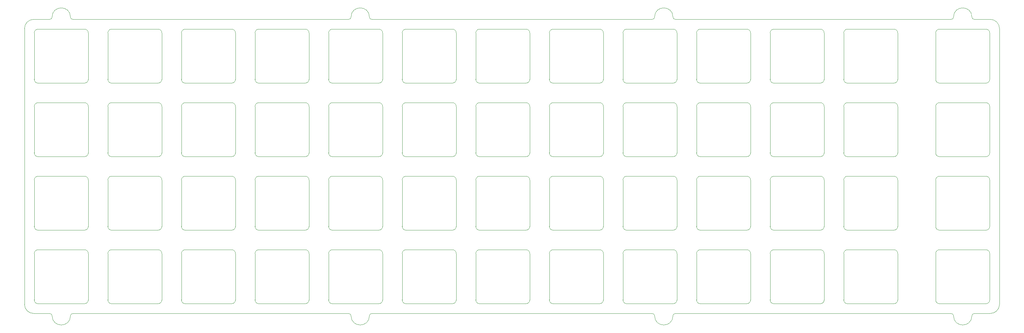
<source format=gbr>
G04 #@! TF.GenerationSoftware,KiCad,Pcbnew,(5.1.10-1-10_14)*
G04 #@! TF.CreationDate,2021-09-03T12:48:33-05:00*
G04 #@! TF.ProjectId,ori_top_plate,6f72695f-746f-4705-9f70-6c6174652e6b,rev?*
G04 #@! TF.SameCoordinates,Original*
G04 #@! TF.FileFunction,Profile,NP*
%FSLAX46Y46*%
G04 Gerber Fmt 4.6, Leading zero omitted, Abs format (unit mm)*
G04 Created by KiCad (PCBNEW (5.1.10-1-10_14)) date 2021-09-03 12:48:33*
%MOMM*%
%LPD*%
G01*
G04 APERTURE LIST*
G04 #@! TA.AperFunction,Profile*
%ADD10C,0.050000*%
G04 #@! TD*
G04 APERTURE END LIST*
D10*
X146448582Y-42862728D02*
X146449842Y-114300156D01*
X314921900Y-116681404D02*
X386359330Y-116681404D01*
X236340716Y-116681404D02*
X308968770Y-116681404D01*
X158950156Y-116681404D02*
X230387586Y-116681404D01*
X148829842Y-116680144D02*
X152997026Y-116681404D01*
X152997026Y-40481469D02*
X148829842Y-40481468D01*
X230387585Y-40481469D02*
X158950146Y-40481468D01*
X308968760Y-40481468D02*
X236340706Y-40481468D01*
X386359320Y-40481468D02*
X314921890Y-40481468D01*
X396479634Y-40481456D02*
X392312450Y-40481468D01*
X396479634Y-40481456D02*
G75*
G02*
X398860894Y-42862716I0J-2381260D01*
G01*
X398860894Y-114300144D02*
X398860894Y-42862716D01*
X396479634Y-116681404D02*
X392312460Y-116681404D01*
X152997026Y-116681404D02*
G75*
G02*
X153592339Y-117276717I0J-595313D01*
G01*
X158354843Y-117276717D02*
G75*
G02*
X158950156Y-116681404I595313J0D01*
G01*
X158354843Y-117276717D02*
G75*
G02*
X153592339Y-117276717I-2381252J0D01*
G01*
X230387586Y-116681404D02*
G75*
G02*
X230982899Y-117276717I0J-595313D01*
G01*
X235745403Y-117276717D02*
G75*
G02*
X236340716Y-116681404I595313J0D01*
G01*
X235745403Y-117276717D02*
G75*
G02*
X230982899Y-117276717I-2381252J0D01*
G01*
X308968770Y-116681404D02*
G75*
G02*
X309564083Y-117276717I0J-595313D01*
G01*
X314326587Y-117276717D02*
G75*
G02*
X314921900Y-116681404I595313J0D01*
G01*
X314326587Y-117276717D02*
G75*
G02*
X309564083Y-117276717I-2381252J0D01*
G01*
X386359330Y-116681404D02*
G75*
G02*
X386954643Y-117276717I0J-595313D01*
G01*
X391717147Y-117276717D02*
G75*
G02*
X392312460Y-116681404I595313J0D01*
G01*
X391717147Y-117276717D02*
G75*
G02*
X386954643Y-117276717I-2381252J0D01*
G01*
X392312450Y-40481468D02*
G75*
G02*
X391717137Y-39886155I0J595313D01*
G01*
X386954633Y-39886155D02*
G75*
G02*
X386359320Y-40481468I-595313J0D01*
G01*
X386954633Y-39886155D02*
G75*
G02*
X391717137Y-39886155I2381252J0D01*
G01*
X314921890Y-40481468D02*
G75*
G02*
X314326577Y-39886155I0J595313D01*
G01*
X309564073Y-39886155D02*
G75*
G02*
X308968760Y-40481468I-595313J0D01*
G01*
X309564073Y-39886155D02*
G75*
G02*
X314326577Y-39886155I2381252J0D01*
G01*
X236340706Y-40481468D02*
G75*
G02*
X235745393Y-39886155I0J595313D01*
G01*
X230982898Y-39886156D02*
G75*
G02*
X230387585Y-40481469I-595313J0D01*
G01*
X230982889Y-39886155D02*
G75*
G02*
X235745393Y-39886155I2381252J0D01*
G01*
X153592330Y-39886156D02*
G75*
G02*
X158354834Y-39886156I2381252J0D01*
G01*
X153592330Y-39886156D02*
G75*
G02*
X152997017Y-40481469I-595313J0D01*
G01*
X158950146Y-40481468D02*
G75*
G02*
X158354833Y-39886155I0J595313D01*
G01*
X398860894Y-114300144D02*
G75*
G02*
X396479634Y-116681404I-2381260J0D01*
G01*
X148829842Y-116680144D02*
G75*
G02*
X146449842Y-114300156I0J2380000D01*
G01*
X146448582Y-42862728D02*
G75*
G02*
X148829842Y-40481468I2381260J0D01*
G01*
X301373170Y-101156700D02*
G75*
G02*
X302373170Y-100156700I1000000J0D01*
G01*
X315373170Y-113156700D02*
G75*
G02*
X314373170Y-114156700I-1000000J0D01*
G01*
X314373170Y-100156700D02*
G75*
G02*
X315373170Y-101156700I0J-1000000D01*
G01*
X302373170Y-114156700D02*
G75*
G02*
X301373170Y-113156700I0J1000000D01*
G01*
X301373170Y-113156700D02*
X301373170Y-101156700D01*
X302373170Y-100156700D02*
X314373170Y-100156700D01*
X315373170Y-101156700D02*
X315373170Y-113156700D01*
X302373170Y-114156700D02*
X314373170Y-114156700D01*
X148972530Y-44006460D02*
G75*
G02*
X149972530Y-43006460I1000000J0D01*
G01*
X162972530Y-56006460D02*
G75*
G02*
X161972530Y-57006460I-1000000J0D01*
G01*
X161972530Y-43006460D02*
G75*
G02*
X162972530Y-44006460I0J-1000000D01*
G01*
X149972530Y-57006460D02*
G75*
G02*
X148972530Y-56006460I0J1000000D01*
G01*
X148972530Y-56006460D02*
X148972530Y-44006460D01*
X149972530Y-43006460D02*
X161972530Y-43006460D01*
X162972530Y-44006460D02*
X162972530Y-56006460D01*
X149972530Y-57006460D02*
X161972530Y-57006460D01*
X382336010Y-101156700D02*
G75*
G02*
X383336010Y-100156700I1000000J0D01*
G01*
X396336010Y-113156700D02*
G75*
G02*
X395336010Y-114156700I-1000000J0D01*
G01*
X395336010Y-100156700D02*
G75*
G02*
X396336010Y-101156700I0J-1000000D01*
G01*
X383336010Y-114156700D02*
G75*
G02*
X382336010Y-113156700I0J1000000D01*
G01*
X382336010Y-113156700D02*
X382336010Y-101156700D01*
X383336010Y-100156700D02*
X395336010Y-100156700D01*
X396336010Y-101156700D02*
X396336010Y-113156700D01*
X383336010Y-114156700D02*
X395336010Y-114156700D01*
X382335890Y-82106428D02*
G75*
G02*
X383335890Y-81106428I1000000J0D01*
G01*
X396335890Y-94106428D02*
G75*
G02*
X395335890Y-95106428I-1000000J0D01*
G01*
X395335890Y-81106428D02*
G75*
G02*
X396335890Y-82106428I0J-1000000D01*
G01*
X383335890Y-95106428D02*
G75*
G02*
X382335890Y-94106428I0J1000000D01*
G01*
X382335890Y-94106428D02*
X382335890Y-82106428D01*
X383335890Y-81106428D02*
X395335890Y-81106428D01*
X396335890Y-82106428D02*
X396335890Y-94106428D01*
X383335890Y-95106428D02*
X395335890Y-95106428D01*
X382335890Y-63056444D02*
G75*
G02*
X383335890Y-62056444I1000000J0D01*
G01*
X396335890Y-75056444D02*
G75*
G02*
X395335890Y-76056444I-1000000J0D01*
G01*
X395335890Y-62056444D02*
G75*
G02*
X396335890Y-63056444I0J-1000000D01*
G01*
X383335890Y-76056444D02*
G75*
G02*
X382335890Y-75056444I0J1000000D01*
G01*
X382335890Y-75056444D02*
X382335890Y-63056444D01*
X383335890Y-62056444D02*
X395335890Y-62056444D01*
X396335890Y-63056444D02*
X396335890Y-75056444D01*
X383335890Y-76056444D02*
X395335890Y-76056444D01*
X382336010Y-44006460D02*
G75*
G02*
X383336010Y-43006460I1000000J0D01*
G01*
X396336010Y-56006460D02*
G75*
G02*
X395336010Y-57006460I-1000000J0D01*
G01*
X395336010Y-43006460D02*
G75*
G02*
X396336010Y-44006460I0J-1000000D01*
G01*
X383336010Y-57006460D02*
G75*
G02*
X382336010Y-56006460I0J1000000D01*
G01*
X382336010Y-56006460D02*
X382336010Y-44006460D01*
X383336010Y-43006460D02*
X395336010Y-43006460D01*
X396336010Y-44006460D02*
X396336010Y-56006460D01*
X383336010Y-57006460D02*
X395336010Y-57006460D01*
X358523410Y-101156700D02*
G75*
G02*
X359523410Y-100156700I1000000J0D01*
G01*
X372523410Y-113156700D02*
G75*
G02*
X371523410Y-114156700I-1000000J0D01*
G01*
X371523410Y-100156700D02*
G75*
G02*
X372523410Y-101156700I0J-1000000D01*
G01*
X359523410Y-114156700D02*
G75*
G02*
X358523410Y-113156700I0J1000000D01*
G01*
X358523410Y-113156700D02*
X358523410Y-101156700D01*
X359523410Y-100156700D02*
X371523410Y-100156700D01*
X372523410Y-101156700D02*
X372523410Y-113156700D01*
X359523410Y-114156700D02*
X371523410Y-114156700D01*
X339473330Y-101160000D02*
G75*
G02*
X340473330Y-100160000I1000000J0D01*
G01*
X353473330Y-113160000D02*
G75*
G02*
X352473330Y-114160000I-1000000J0D01*
G01*
X352473330Y-100160000D02*
G75*
G02*
X353473330Y-101160000I0J-1000000D01*
G01*
X340473330Y-114160000D02*
G75*
G02*
X339473330Y-113160000I0J1000000D01*
G01*
X339473330Y-113160000D02*
X339473330Y-101160000D01*
X340473330Y-100160000D02*
X352473330Y-100160000D01*
X353473330Y-101160000D02*
X353473330Y-113160000D01*
X340473330Y-114160000D02*
X352473330Y-114160000D01*
X320423250Y-101156700D02*
G75*
G02*
X321423250Y-100156700I1000000J0D01*
G01*
X334423250Y-113156700D02*
G75*
G02*
X333423250Y-114156700I-1000000J0D01*
G01*
X333423250Y-100156700D02*
G75*
G02*
X334423250Y-101156700I0J-1000000D01*
G01*
X321423250Y-114156700D02*
G75*
G02*
X320423250Y-113156700I0J1000000D01*
G01*
X320423250Y-113156700D02*
X320423250Y-101156700D01*
X321423250Y-100156700D02*
X333423250Y-100156700D01*
X334423250Y-101156700D02*
X334423250Y-113156700D01*
X321423250Y-114156700D02*
X333423250Y-114156700D01*
X282323090Y-101156700D02*
G75*
G02*
X283323090Y-100156700I1000000J0D01*
G01*
X296323090Y-113156700D02*
G75*
G02*
X295323090Y-114156700I-1000000J0D01*
G01*
X295323090Y-100156700D02*
G75*
G02*
X296323090Y-101156700I0J-1000000D01*
G01*
X283323090Y-114156700D02*
G75*
G02*
X282323090Y-113156700I0J1000000D01*
G01*
X282323090Y-113156700D02*
X282323090Y-101156700D01*
X283323090Y-100156700D02*
X295323090Y-100156700D01*
X296323090Y-101156700D02*
X296323090Y-113156700D01*
X283323090Y-114156700D02*
X295323090Y-114156700D01*
X263273010Y-101156700D02*
G75*
G02*
X264273010Y-100156700I1000000J0D01*
G01*
X277273010Y-113156700D02*
G75*
G02*
X276273010Y-114156700I-1000000J0D01*
G01*
X276273010Y-100156700D02*
G75*
G02*
X277273010Y-101156700I0J-1000000D01*
G01*
X264273010Y-114156700D02*
G75*
G02*
X263273010Y-113156700I0J1000000D01*
G01*
X263273010Y-113156700D02*
X263273010Y-101156700D01*
X264273010Y-100156700D02*
X276273010Y-100156700D01*
X277273010Y-101156700D02*
X277273010Y-113156700D01*
X264273010Y-114156700D02*
X276273010Y-114156700D01*
X244222930Y-101156700D02*
G75*
G02*
X245222930Y-100156700I1000000J0D01*
G01*
X258222930Y-113156700D02*
G75*
G02*
X257222930Y-114156700I-1000000J0D01*
G01*
X257222930Y-100156700D02*
G75*
G02*
X258222930Y-101156700I0J-1000000D01*
G01*
X245222930Y-114156700D02*
G75*
G02*
X244222930Y-113156700I0J1000000D01*
G01*
X244222930Y-113156700D02*
X244222930Y-101156700D01*
X245222930Y-100156700D02*
X257222930Y-100156700D01*
X258222930Y-101156700D02*
X258222930Y-113156700D01*
X245222930Y-114156700D02*
X257222930Y-114156700D01*
X225172850Y-101156700D02*
G75*
G02*
X226172850Y-100156700I1000000J0D01*
G01*
X239172850Y-113156700D02*
G75*
G02*
X238172850Y-114156700I-1000000J0D01*
G01*
X238172850Y-100156700D02*
G75*
G02*
X239172850Y-101156700I0J-1000000D01*
G01*
X226172850Y-114156700D02*
G75*
G02*
X225172850Y-113156700I0J1000000D01*
G01*
X225172850Y-113156700D02*
X225172850Y-101156700D01*
X226172850Y-100156700D02*
X238172850Y-100156700D01*
X239172850Y-101156700D02*
X239172850Y-113156700D01*
X226172850Y-114156700D02*
X238172850Y-114156700D01*
X206122770Y-101156700D02*
G75*
G02*
X207122770Y-100156700I1000000J0D01*
G01*
X220122770Y-113156700D02*
G75*
G02*
X219122770Y-114156700I-1000000J0D01*
G01*
X219122770Y-100156700D02*
G75*
G02*
X220122770Y-101156700I0J-1000000D01*
G01*
X207122770Y-114156700D02*
G75*
G02*
X206122770Y-113156700I0J1000000D01*
G01*
X206122770Y-113156700D02*
X206122770Y-101156700D01*
X207122770Y-100156700D02*
X219122770Y-100156700D01*
X220122770Y-101156700D02*
X220122770Y-113156700D01*
X207122770Y-114156700D02*
X219122770Y-114156700D01*
X187072690Y-101156700D02*
G75*
G02*
X188072690Y-100156700I1000000J0D01*
G01*
X201072690Y-113156700D02*
G75*
G02*
X200072690Y-114156700I-1000000J0D01*
G01*
X200072690Y-100156700D02*
G75*
G02*
X201072690Y-101156700I0J-1000000D01*
G01*
X188072690Y-114156700D02*
G75*
G02*
X187072690Y-113156700I0J1000000D01*
G01*
X187072690Y-113156700D02*
X187072690Y-101156700D01*
X188072690Y-100156700D02*
X200072690Y-100156700D01*
X201072690Y-101156700D02*
X201072690Y-113156700D01*
X188072690Y-114156700D02*
X200072690Y-114156700D01*
X168022610Y-101156700D02*
G75*
G02*
X169022610Y-100156700I1000000J0D01*
G01*
X182022610Y-113156700D02*
G75*
G02*
X181022610Y-114156700I-1000000J0D01*
G01*
X181022610Y-100156700D02*
G75*
G02*
X182022610Y-101156700I0J-1000000D01*
G01*
X169022610Y-114156700D02*
G75*
G02*
X168022610Y-113156700I0J1000000D01*
G01*
X168022610Y-113156700D02*
X168022610Y-101156700D01*
X169022610Y-100156700D02*
X181022610Y-100156700D01*
X182022610Y-101156700D02*
X182022610Y-113156700D01*
X169022610Y-114156700D02*
X181022610Y-114156700D01*
X148972530Y-101156700D02*
G75*
G02*
X149972530Y-100156700I1000000J0D01*
G01*
X162972530Y-113156700D02*
G75*
G02*
X161972530Y-114156700I-1000000J0D01*
G01*
X161972530Y-100156700D02*
G75*
G02*
X162972530Y-101156700I0J-1000000D01*
G01*
X149972530Y-114156700D02*
G75*
G02*
X148972530Y-113156700I0J1000000D01*
G01*
X148972530Y-113156700D02*
X148972530Y-101156700D01*
X149972530Y-100156700D02*
X161972530Y-100156700D01*
X162972530Y-101156700D02*
X162972530Y-113156700D01*
X149972530Y-114156700D02*
X161972530Y-114156700D01*
X358523410Y-82106620D02*
G75*
G02*
X359523410Y-81106620I1000000J0D01*
G01*
X372523410Y-94106620D02*
G75*
G02*
X371523410Y-95106620I-1000000J0D01*
G01*
X371523410Y-81106620D02*
G75*
G02*
X372523410Y-82106620I0J-1000000D01*
G01*
X359523410Y-95106620D02*
G75*
G02*
X358523410Y-94106620I0J1000000D01*
G01*
X358523410Y-94106620D02*
X358523410Y-82106620D01*
X359523410Y-81106620D02*
X371523410Y-81106620D01*
X372523410Y-82106620D02*
X372523410Y-94106620D01*
X359523410Y-95106620D02*
X371523410Y-95106620D01*
X339473330Y-82106620D02*
G75*
G02*
X340473330Y-81106620I1000000J0D01*
G01*
X353473330Y-94106620D02*
G75*
G02*
X352473330Y-95106620I-1000000J0D01*
G01*
X352473330Y-81106620D02*
G75*
G02*
X353473330Y-82106620I0J-1000000D01*
G01*
X340473330Y-95106620D02*
G75*
G02*
X339473330Y-94106620I0J1000000D01*
G01*
X339473330Y-94106620D02*
X339473330Y-82106620D01*
X340473330Y-81106620D02*
X352473330Y-81106620D01*
X353473330Y-82106620D02*
X353473330Y-94106620D01*
X340473330Y-95106620D02*
X352473330Y-95106620D01*
X320423250Y-82106620D02*
G75*
G02*
X321423250Y-81106620I1000000J0D01*
G01*
X334423250Y-94106620D02*
G75*
G02*
X333423250Y-95106620I-1000000J0D01*
G01*
X333423250Y-81106620D02*
G75*
G02*
X334423250Y-82106620I0J-1000000D01*
G01*
X321423250Y-95106620D02*
G75*
G02*
X320423250Y-94106620I0J1000000D01*
G01*
X320423250Y-94106620D02*
X320423250Y-82106620D01*
X321423250Y-81106620D02*
X333423250Y-81106620D01*
X334423250Y-82106620D02*
X334423250Y-94106620D01*
X321423250Y-95106620D02*
X333423250Y-95106620D01*
X301373170Y-82106620D02*
G75*
G02*
X302373170Y-81106620I1000000J0D01*
G01*
X315373170Y-94106620D02*
G75*
G02*
X314373170Y-95106620I-1000000J0D01*
G01*
X314373170Y-81106620D02*
G75*
G02*
X315373170Y-82106620I0J-1000000D01*
G01*
X302373170Y-95106620D02*
G75*
G02*
X301373170Y-94106620I0J1000000D01*
G01*
X301373170Y-94106620D02*
X301373170Y-82106620D01*
X302373170Y-81106620D02*
X314373170Y-81106620D01*
X315373170Y-82106620D02*
X315373170Y-94106620D01*
X302373170Y-95106620D02*
X314373170Y-95106620D01*
X282323090Y-82106620D02*
G75*
G02*
X283323090Y-81106620I1000000J0D01*
G01*
X296323090Y-94106620D02*
G75*
G02*
X295323090Y-95106620I-1000000J0D01*
G01*
X295323090Y-81106620D02*
G75*
G02*
X296323090Y-82106620I0J-1000000D01*
G01*
X283323090Y-95106620D02*
G75*
G02*
X282323090Y-94106620I0J1000000D01*
G01*
X282323090Y-94106620D02*
X282323090Y-82106620D01*
X283323090Y-81106620D02*
X295323090Y-81106620D01*
X296323090Y-82106620D02*
X296323090Y-94106620D01*
X283323090Y-95106620D02*
X295323090Y-95106620D01*
X263273010Y-82106620D02*
G75*
G02*
X264273010Y-81106620I1000000J0D01*
G01*
X277273010Y-94106620D02*
G75*
G02*
X276273010Y-95106620I-1000000J0D01*
G01*
X276273010Y-81106620D02*
G75*
G02*
X277273010Y-82106620I0J-1000000D01*
G01*
X264273010Y-95106620D02*
G75*
G02*
X263273010Y-94106620I0J1000000D01*
G01*
X263273010Y-94106620D02*
X263273010Y-82106620D01*
X264273010Y-81106620D02*
X276273010Y-81106620D01*
X277273010Y-82106620D02*
X277273010Y-94106620D01*
X264273010Y-95106620D02*
X276273010Y-95106620D01*
X244222930Y-82106620D02*
G75*
G02*
X245222930Y-81106620I1000000J0D01*
G01*
X258222930Y-94106620D02*
G75*
G02*
X257222930Y-95106620I-1000000J0D01*
G01*
X257222930Y-81106620D02*
G75*
G02*
X258222930Y-82106620I0J-1000000D01*
G01*
X245222930Y-95106620D02*
G75*
G02*
X244222930Y-94106620I0J1000000D01*
G01*
X244222930Y-94106620D02*
X244222930Y-82106620D01*
X245222930Y-81106620D02*
X257222930Y-81106620D01*
X258222930Y-82106620D02*
X258222930Y-94106620D01*
X245222930Y-95106620D02*
X257222930Y-95106620D01*
X225172850Y-82106620D02*
G75*
G02*
X226172850Y-81106620I1000000J0D01*
G01*
X239172850Y-94106620D02*
G75*
G02*
X238172850Y-95106620I-1000000J0D01*
G01*
X238172850Y-81106620D02*
G75*
G02*
X239172850Y-82106620I0J-1000000D01*
G01*
X226172850Y-95106620D02*
G75*
G02*
X225172850Y-94106620I0J1000000D01*
G01*
X225172850Y-94106620D02*
X225172850Y-82106620D01*
X226172850Y-81106620D02*
X238172850Y-81106620D01*
X239172850Y-82106620D02*
X239172850Y-94106620D01*
X226172850Y-95106620D02*
X238172850Y-95106620D01*
X206122770Y-82106620D02*
G75*
G02*
X207122770Y-81106620I1000000J0D01*
G01*
X220122770Y-94106620D02*
G75*
G02*
X219122770Y-95106620I-1000000J0D01*
G01*
X219122770Y-81106620D02*
G75*
G02*
X220122770Y-82106620I0J-1000000D01*
G01*
X207122770Y-95106620D02*
G75*
G02*
X206122770Y-94106620I0J1000000D01*
G01*
X206122770Y-94106620D02*
X206122770Y-82106620D01*
X207122770Y-81106620D02*
X219122770Y-81106620D01*
X220122770Y-82106620D02*
X220122770Y-94106620D01*
X207122770Y-95106620D02*
X219122770Y-95106620D01*
X187072690Y-82106620D02*
G75*
G02*
X188072690Y-81106620I1000000J0D01*
G01*
X201072690Y-94106620D02*
G75*
G02*
X200072690Y-95106620I-1000000J0D01*
G01*
X200072690Y-81106620D02*
G75*
G02*
X201072690Y-82106620I0J-1000000D01*
G01*
X188072690Y-95106620D02*
G75*
G02*
X187072690Y-94106620I0J1000000D01*
G01*
X187072690Y-94106620D02*
X187072690Y-82106620D01*
X188072690Y-81106620D02*
X200072690Y-81106620D01*
X201072690Y-82106620D02*
X201072690Y-94106620D01*
X188072690Y-95106620D02*
X200072690Y-95106620D01*
X168022610Y-82106620D02*
G75*
G02*
X169022610Y-81106620I1000000J0D01*
G01*
X182022610Y-94106620D02*
G75*
G02*
X181022610Y-95106620I-1000000J0D01*
G01*
X181022610Y-81106620D02*
G75*
G02*
X182022610Y-82106620I0J-1000000D01*
G01*
X169022610Y-95106620D02*
G75*
G02*
X168022610Y-94106620I0J1000000D01*
G01*
X168022610Y-94106620D02*
X168022610Y-82106620D01*
X169022610Y-81106620D02*
X181022610Y-81106620D01*
X182022610Y-82106620D02*
X182022610Y-94106620D01*
X169022610Y-95106620D02*
X181022610Y-95106620D01*
X148972530Y-82106620D02*
G75*
G02*
X149972530Y-81106620I1000000J0D01*
G01*
X162972530Y-94106620D02*
G75*
G02*
X161972530Y-95106620I-1000000J0D01*
G01*
X161972530Y-81106620D02*
G75*
G02*
X162972530Y-82106620I0J-1000000D01*
G01*
X149972530Y-95106620D02*
G75*
G02*
X148972530Y-94106620I0J1000000D01*
G01*
X148972530Y-94106620D02*
X148972530Y-82106620D01*
X149972530Y-81106620D02*
X161972530Y-81106620D01*
X162972530Y-82106620D02*
X162972530Y-94106620D01*
X149972530Y-95106620D02*
X161972530Y-95106620D01*
X358523410Y-63056540D02*
G75*
G02*
X359523410Y-62056540I1000000J0D01*
G01*
X372523410Y-75056540D02*
G75*
G02*
X371523410Y-76056540I-1000000J0D01*
G01*
X371523410Y-62056540D02*
G75*
G02*
X372523410Y-63056540I0J-1000000D01*
G01*
X359523410Y-76056540D02*
G75*
G02*
X358523410Y-75056540I0J1000000D01*
G01*
X358523410Y-75056540D02*
X358523410Y-63056540D01*
X359523410Y-62056540D02*
X371523410Y-62056540D01*
X372523410Y-63056540D02*
X372523410Y-75056540D01*
X359523410Y-76056540D02*
X371523410Y-76056540D01*
X339473330Y-63056540D02*
G75*
G02*
X340473330Y-62056540I1000000J0D01*
G01*
X353473330Y-75056540D02*
G75*
G02*
X352473330Y-76056540I-1000000J0D01*
G01*
X352473330Y-62056540D02*
G75*
G02*
X353473330Y-63056540I0J-1000000D01*
G01*
X340473330Y-76056540D02*
G75*
G02*
X339473330Y-75056540I0J1000000D01*
G01*
X339473330Y-75056540D02*
X339473330Y-63056540D01*
X340473330Y-62056540D02*
X352473330Y-62056540D01*
X353473330Y-63056540D02*
X353473330Y-75056540D01*
X340473330Y-76056540D02*
X352473330Y-76056540D01*
X320423250Y-63056540D02*
G75*
G02*
X321423250Y-62056540I1000000J0D01*
G01*
X334423250Y-75056540D02*
G75*
G02*
X333423250Y-76056540I-1000000J0D01*
G01*
X333423250Y-62056540D02*
G75*
G02*
X334423250Y-63056540I0J-1000000D01*
G01*
X321423250Y-76056540D02*
G75*
G02*
X320423250Y-75056540I0J1000000D01*
G01*
X320423250Y-75056540D02*
X320423250Y-63056540D01*
X321423250Y-62056540D02*
X333423250Y-62056540D01*
X334423250Y-63056540D02*
X334423250Y-75056540D01*
X321423250Y-76056540D02*
X333423250Y-76056540D01*
X301373170Y-63056540D02*
G75*
G02*
X302373170Y-62056540I1000000J0D01*
G01*
X315373170Y-75056540D02*
G75*
G02*
X314373170Y-76056540I-1000000J0D01*
G01*
X314373170Y-62056540D02*
G75*
G02*
X315373170Y-63056540I0J-1000000D01*
G01*
X302373170Y-76056540D02*
G75*
G02*
X301373170Y-75056540I0J1000000D01*
G01*
X301373170Y-75056540D02*
X301373170Y-63056540D01*
X302373170Y-62056540D02*
X314373170Y-62056540D01*
X315373170Y-63056540D02*
X315373170Y-75056540D01*
X302373170Y-76056540D02*
X314373170Y-76056540D01*
X282323090Y-63056540D02*
G75*
G02*
X283323090Y-62056540I1000000J0D01*
G01*
X296323090Y-75056540D02*
G75*
G02*
X295323090Y-76056540I-1000000J0D01*
G01*
X295323090Y-62056540D02*
G75*
G02*
X296323090Y-63056540I0J-1000000D01*
G01*
X283323090Y-76056540D02*
G75*
G02*
X282323090Y-75056540I0J1000000D01*
G01*
X282323090Y-75056540D02*
X282323090Y-63056540D01*
X283323090Y-62056540D02*
X295323090Y-62056540D01*
X296323090Y-63056540D02*
X296323090Y-75056540D01*
X283323090Y-76056540D02*
X295323090Y-76056540D01*
X263273010Y-63056540D02*
G75*
G02*
X264273010Y-62056540I1000000J0D01*
G01*
X277273010Y-75056540D02*
G75*
G02*
X276273010Y-76056540I-1000000J0D01*
G01*
X276273010Y-62056540D02*
G75*
G02*
X277273010Y-63056540I0J-1000000D01*
G01*
X264273010Y-76056540D02*
G75*
G02*
X263273010Y-75056540I0J1000000D01*
G01*
X263273010Y-75056540D02*
X263273010Y-63056540D01*
X264273010Y-62056540D02*
X276273010Y-62056540D01*
X277273010Y-63056540D02*
X277273010Y-75056540D01*
X264273010Y-76056540D02*
X276273010Y-76056540D01*
X244222930Y-63056540D02*
G75*
G02*
X245222930Y-62056540I1000000J0D01*
G01*
X258222930Y-75056540D02*
G75*
G02*
X257222930Y-76056540I-1000000J0D01*
G01*
X257222930Y-62056540D02*
G75*
G02*
X258222930Y-63056540I0J-1000000D01*
G01*
X245222930Y-76056540D02*
G75*
G02*
X244222930Y-75056540I0J1000000D01*
G01*
X244222930Y-75056540D02*
X244222930Y-63056540D01*
X245222930Y-62056540D02*
X257222930Y-62056540D01*
X258222930Y-63056540D02*
X258222930Y-75056540D01*
X245222930Y-76056540D02*
X257222930Y-76056540D01*
X225172850Y-63056540D02*
G75*
G02*
X226172850Y-62056540I1000000J0D01*
G01*
X239172850Y-75056540D02*
G75*
G02*
X238172850Y-76056540I-1000000J0D01*
G01*
X238172850Y-62056540D02*
G75*
G02*
X239172850Y-63056540I0J-1000000D01*
G01*
X226172850Y-76056540D02*
G75*
G02*
X225172850Y-75056540I0J1000000D01*
G01*
X225172850Y-75056540D02*
X225172850Y-63056540D01*
X226172850Y-62056540D02*
X238172850Y-62056540D01*
X239172850Y-63056540D02*
X239172850Y-75056540D01*
X226172850Y-76056540D02*
X238172850Y-76056540D01*
X206122770Y-63056540D02*
G75*
G02*
X207122770Y-62056540I1000000J0D01*
G01*
X220122770Y-75056540D02*
G75*
G02*
X219122770Y-76056540I-1000000J0D01*
G01*
X219122770Y-62056540D02*
G75*
G02*
X220122770Y-63056540I0J-1000000D01*
G01*
X207122770Y-76056540D02*
G75*
G02*
X206122770Y-75056540I0J1000000D01*
G01*
X206122770Y-75056540D02*
X206122770Y-63056540D01*
X207122770Y-62056540D02*
X219122770Y-62056540D01*
X220122770Y-63056540D02*
X220122770Y-75056540D01*
X207122770Y-76056540D02*
X219122770Y-76056540D01*
X187072690Y-63056540D02*
G75*
G02*
X188072690Y-62056540I1000000J0D01*
G01*
X201072690Y-75056540D02*
G75*
G02*
X200072690Y-76056540I-1000000J0D01*
G01*
X200072690Y-62056540D02*
G75*
G02*
X201072690Y-63056540I0J-1000000D01*
G01*
X188072690Y-76056540D02*
G75*
G02*
X187072690Y-75056540I0J1000000D01*
G01*
X187072690Y-75056540D02*
X187072690Y-63056540D01*
X188072690Y-62056540D02*
X200072690Y-62056540D01*
X201072690Y-63056540D02*
X201072690Y-75056540D01*
X188072690Y-76056540D02*
X200072690Y-76056540D01*
X168022610Y-63056540D02*
G75*
G02*
X169022610Y-62056540I1000000J0D01*
G01*
X182022610Y-75056540D02*
G75*
G02*
X181022610Y-76056540I-1000000J0D01*
G01*
X181022610Y-62056540D02*
G75*
G02*
X182022610Y-63056540I0J-1000000D01*
G01*
X169022610Y-76056540D02*
G75*
G02*
X168022610Y-75056540I0J1000000D01*
G01*
X168022610Y-75056540D02*
X168022610Y-63056540D01*
X169022610Y-62056540D02*
X181022610Y-62056540D01*
X182022610Y-63056540D02*
X182022610Y-75056540D01*
X169022610Y-76056540D02*
X181022610Y-76056540D01*
X148972530Y-63056540D02*
G75*
G02*
X149972530Y-62056540I1000000J0D01*
G01*
X162972530Y-75056540D02*
G75*
G02*
X161972530Y-76056540I-1000000J0D01*
G01*
X161972530Y-62056540D02*
G75*
G02*
X162972530Y-63056540I0J-1000000D01*
G01*
X149972530Y-76056540D02*
G75*
G02*
X148972530Y-75056540I0J1000000D01*
G01*
X148972530Y-75056540D02*
X148972530Y-63056540D01*
X149972530Y-62056540D02*
X161972530Y-62056540D01*
X162972530Y-63056540D02*
X162972530Y-75056540D01*
X149972530Y-76056540D02*
X161972530Y-76056540D01*
X358523410Y-44006460D02*
G75*
G02*
X359523410Y-43006460I1000000J0D01*
G01*
X372523410Y-56006460D02*
G75*
G02*
X371523410Y-57006460I-1000000J0D01*
G01*
X371523410Y-43006460D02*
G75*
G02*
X372523410Y-44006460I0J-1000000D01*
G01*
X359523410Y-57006460D02*
G75*
G02*
X358523410Y-56006460I0J1000000D01*
G01*
X358523410Y-56006460D02*
X358523410Y-44006460D01*
X359523410Y-43006460D02*
X371523410Y-43006460D01*
X372523410Y-44006460D02*
X372523410Y-56006460D01*
X359523410Y-57006460D02*
X371523410Y-57006460D01*
X339473330Y-44006460D02*
G75*
G02*
X340473330Y-43006460I1000000J0D01*
G01*
X353473330Y-56006460D02*
G75*
G02*
X352473330Y-57006460I-1000000J0D01*
G01*
X352473330Y-43006460D02*
G75*
G02*
X353473330Y-44006460I0J-1000000D01*
G01*
X340473330Y-57006460D02*
G75*
G02*
X339473330Y-56006460I0J1000000D01*
G01*
X339473330Y-56006460D02*
X339473330Y-44006460D01*
X340473330Y-43006460D02*
X352473330Y-43006460D01*
X353473330Y-44006460D02*
X353473330Y-56006460D01*
X340473330Y-57006460D02*
X352473330Y-57006460D01*
X320423250Y-44006460D02*
G75*
G02*
X321423250Y-43006460I1000000J0D01*
G01*
X334423250Y-56006460D02*
G75*
G02*
X333423250Y-57006460I-1000000J0D01*
G01*
X333423250Y-43006460D02*
G75*
G02*
X334423250Y-44006460I0J-1000000D01*
G01*
X321423250Y-57006460D02*
G75*
G02*
X320423250Y-56006460I0J1000000D01*
G01*
X320423250Y-56006460D02*
X320423250Y-44006460D01*
X321423250Y-43006460D02*
X333423250Y-43006460D01*
X334423250Y-44006460D02*
X334423250Y-56006460D01*
X321423250Y-57006460D02*
X333423250Y-57006460D01*
X301373170Y-44006460D02*
G75*
G02*
X302373170Y-43006460I1000000J0D01*
G01*
X315373170Y-56006460D02*
G75*
G02*
X314373170Y-57006460I-1000000J0D01*
G01*
X314373170Y-43006460D02*
G75*
G02*
X315373170Y-44006460I0J-1000000D01*
G01*
X302373170Y-57006460D02*
G75*
G02*
X301373170Y-56006460I0J1000000D01*
G01*
X301373170Y-56006460D02*
X301373170Y-44006460D01*
X302373170Y-43006460D02*
X314373170Y-43006460D01*
X315373170Y-44006460D02*
X315373170Y-56006460D01*
X302373170Y-57006460D02*
X314373170Y-57006460D01*
X282323090Y-44006460D02*
G75*
G02*
X283323090Y-43006460I1000000J0D01*
G01*
X296323090Y-56006460D02*
G75*
G02*
X295323090Y-57006460I-1000000J0D01*
G01*
X295323090Y-43006460D02*
G75*
G02*
X296323090Y-44006460I0J-1000000D01*
G01*
X283323090Y-57006460D02*
G75*
G02*
X282323090Y-56006460I0J1000000D01*
G01*
X282323090Y-56006460D02*
X282323090Y-44006460D01*
X283323090Y-43006460D02*
X295323090Y-43006460D01*
X296323090Y-44006460D02*
X296323090Y-56006460D01*
X283323090Y-57006460D02*
X295323090Y-57006460D01*
X263273010Y-44006460D02*
G75*
G02*
X264273010Y-43006460I1000000J0D01*
G01*
X277273010Y-56006460D02*
G75*
G02*
X276273010Y-57006460I-1000000J0D01*
G01*
X276273010Y-43006460D02*
G75*
G02*
X277273010Y-44006460I0J-1000000D01*
G01*
X264273010Y-57006460D02*
G75*
G02*
X263273010Y-56006460I0J1000000D01*
G01*
X263273010Y-56006460D02*
X263273010Y-44006460D01*
X264273010Y-43006460D02*
X276273010Y-43006460D01*
X277273010Y-44006460D02*
X277273010Y-56006460D01*
X264273010Y-57006460D02*
X276273010Y-57006460D01*
X244222930Y-44006460D02*
G75*
G02*
X245222930Y-43006460I1000000J0D01*
G01*
X258222930Y-56006460D02*
G75*
G02*
X257222930Y-57006460I-1000000J0D01*
G01*
X257222930Y-43006460D02*
G75*
G02*
X258222930Y-44006460I0J-1000000D01*
G01*
X245222930Y-57006460D02*
G75*
G02*
X244222930Y-56006460I0J1000000D01*
G01*
X244222930Y-56006460D02*
X244222930Y-44006460D01*
X245222930Y-43006460D02*
X257222930Y-43006460D01*
X258222930Y-44006460D02*
X258222930Y-56006460D01*
X245222930Y-57006460D02*
X257222930Y-57006460D01*
X225172850Y-44006460D02*
G75*
G02*
X226172850Y-43006460I1000000J0D01*
G01*
X239172850Y-56006460D02*
G75*
G02*
X238172850Y-57006460I-1000000J0D01*
G01*
X238172850Y-43006460D02*
G75*
G02*
X239172850Y-44006460I0J-1000000D01*
G01*
X226172850Y-57006460D02*
G75*
G02*
X225172850Y-56006460I0J1000000D01*
G01*
X225172850Y-56006460D02*
X225172850Y-44006460D01*
X226172850Y-43006460D02*
X238172850Y-43006460D01*
X239172850Y-44006460D02*
X239172850Y-56006460D01*
X226172850Y-57006460D02*
X238172850Y-57006460D01*
X206122770Y-44006460D02*
G75*
G02*
X207122770Y-43006460I1000000J0D01*
G01*
X220122770Y-56006460D02*
G75*
G02*
X219122770Y-57006460I-1000000J0D01*
G01*
X219122770Y-43006460D02*
G75*
G02*
X220122770Y-44006460I0J-1000000D01*
G01*
X207122770Y-57006460D02*
G75*
G02*
X206122770Y-56006460I0J1000000D01*
G01*
X206122770Y-56006460D02*
X206122770Y-44006460D01*
X207122770Y-43006460D02*
X219122770Y-43006460D01*
X220122770Y-44006460D02*
X220122770Y-56006460D01*
X207122770Y-57006460D02*
X219122770Y-57006460D01*
X187072690Y-44006460D02*
G75*
G02*
X188072690Y-43006460I1000000J0D01*
G01*
X201072690Y-56006460D02*
G75*
G02*
X200072690Y-57006460I-1000000J0D01*
G01*
X200072690Y-43006460D02*
G75*
G02*
X201072690Y-44006460I0J-1000000D01*
G01*
X188072690Y-57006460D02*
G75*
G02*
X187072690Y-56006460I0J1000000D01*
G01*
X187072690Y-56006460D02*
X187072690Y-44006460D01*
X188072690Y-43006460D02*
X200072690Y-43006460D01*
X201072690Y-44006460D02*
X201072690Y-56006460D01*
X188072690Y-57006460D02*
X200072690Y-57006460D01*
X168022610Y-44006460D02*
G75*
G02*
X169022610Y-43006460I1000000J0D01*
G01*
X182022610Y-56006460D02*
G75*
G02*
X181022610Y-57006460I-1000000J0D01*
G01*
X181022610Y-43006460D02*
G75*
G02*
X182022610Y-44006460I0J-1000000D01*
G01*
X169022610Y-57006460D02*
G75*
G02*
X168022610Y-56006460I0J1000000D01*
G01*
X168022610Y-56006460D02*
X168022610Y-44006460D01*
X169022610Y-43006460D02*
X181022610Y-43006460D01*
X182022610Y-44006460D02*
X182022610Y-56006460D01*
X169022610Y-57006460D02*
X181022610Y-57006460D01*
M02*

</source>
